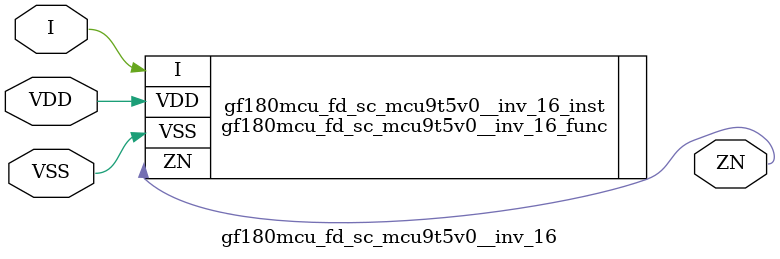
<source format=v>

module gf180mcu_fd_sc_mcu9t5v0__inv_16( I, ZN, VDD, VSS );
input I;
inout VDD, VSS;
output ZN;

   `ifdef FUNCTIONAL  //  functional //

	gf180mcu_fd_sc_mcu9t5v0__inv_16_func gf180mcu_fd_sc_mcu9t5v0__inv_16_behav_inst(.I(I),.ZN(ZN),.VDD(VDD),.VSS(VSS));

   `else

	gf180mcu_fd_sc_mcu9t5v0__inv_16_func gf180mcu_fd_sc_mcu9t5v0__inv_16_inst(.I(I),.ZN(ZN),.VDD(VDD),.VSS(VSS));

	// spec_gates_begin


	// spec_gates_end



   specify

	// specify_block_begin

	// comb arc I --> ZN
	 (I => ZN) = (1.0,1.0);

	// specify_block_end

   endspecify

   `endif

endmodule

</source>
